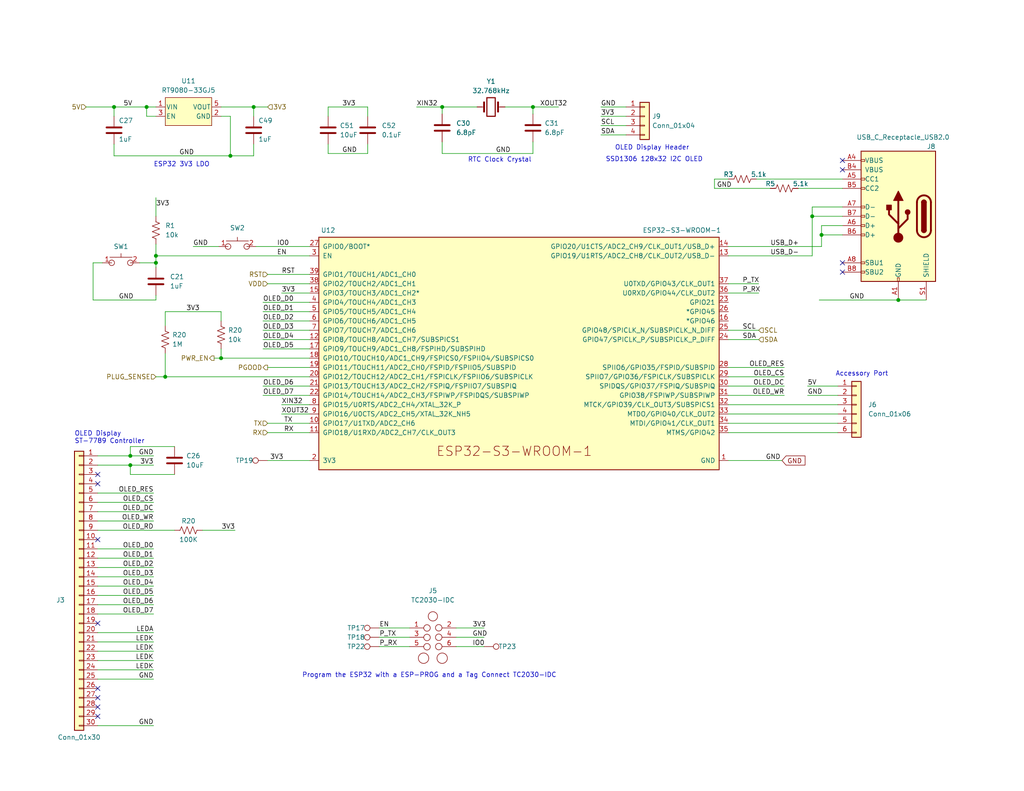
<source format=kicad_sch>
(kicad_sch (version 20230121) (generator eeschema)
  (paper "A")
  (title_block (title "Bitaxe Ultra") (date "2023-12-15") (rev "205"))
  (lib_symbols
    (symbol "Connector:TestPoint" (pin_numbers hide) (pin_names (offset 0.762) hide)
      (property "Reference" "TP" (at 0 6.858 0))
      (property "Value" "TestPoint" (at 0 5.08 0))
      (symbol "TestPoint_0_1"
        (circle (center 0 3.302) (radius 0.762))
      )
      (symbol "TestPoint_1_1"
        (pin passive line (at 0 0 90) (length 2.54) (name "1") (number "1"))
      )
    )
    (symbol "Connector_Generic:Conn_01x04" (pin_names (offset 1.016) hide)
      (property "Reference" "J" (at 0 5.08 0))
      (property "Value" "Conn_01x04" (at 0 -7.62 0))
      (symbol "Conn_01x04_1_1"
        (rectangle (start -1.27 -4.953) (end 0 -5.207) (stroke (width 0.1524)))
        (rectangle (start -1.27 -2.413) (end 0 -2.667) (stroke (width 0.1524)))
        (rectangle (start -1.27 0.127) (end 0 -0.127) (stroke (width 0.1524)))
        (rectangle (start -1.27 2.667) (end 0 2.413) (stroke (width 0.1524)))
        (rectangle (start -1.27 3.81) (end 1.27 -6.35) (stroke (width 0.254)) (fill (type background)))
        (pin passive line (at -5.08 2.54 0) (length 3.81) (name "Pin_1") (number "1"))
        (pin passive line (at -5.08 0 0) (length 3.81) (name "Pin_2") (number "2"))
        (pin passive line (at -5.08 -2.54 0) (length 3.81) (name "Pin_3") (number "3"))
        (pin passive line (at -5.08 -5.08 0) (length 3.81) (name "Pin_4") (number "4"))
      )
    )
    (symbol "Connector_Generic:Conn_01x06" (pin_names (offset 1.016) hide)
      (property "Reference" "J" (at 0 7.62 0))
      (property "Value" "Conn_01x06" (at 0 -10.16 0))
      (symbol "Conn_01x06_1_1"
        (rectangle (start -1.27 -7.493) (end 0 -7.747) (stroke (width 0.1524)))
        (rectangle (start -1.27 -4.953) (end 0 -5.207) (stroke (width 0.1524)))
        (rectangle (start -1.27 -2.413) (end 0 -2.667) (stroke (width 0.1524)))
        (rectangle (start -1.27 0.127) (end 0 -0.127) (stroke (width 0.1524)))
        (rectangle (start -1.27 2.667) (end 0 2.413) (stroke (width 0.1524)))
        (rectangle (start -1.27 5.207) (end 0 4.953) (stroke (width 0.1524)))
        (rectangle (start -1.27 6.35) (end 1.27 -8.89) (stroke (width 0.254)) (fill (type background)))
        (pin passive line (at -5.08 5.08 0) (length 3.81) (name "Pin_1") (number "1"))
        (pin passive line (at -5.08 2.54 0) (length 3.81) (name "Pin_2") (number "2"))
        (pin passive line (at -5.08 0 0) (length 3.81) (name "Pin_3") (number "3"))
        (pin passive line (at -5.08 -2.54 0) (length 3.81) (name "Pin_4") (number "4"))
        (pin passive line (at -5.08 -5.08 0) (length 3.81) (name "Pin_5") (number "5"))
        (pin passive line (at -5.08 -7.62 0) (length 3.81) (name "Pin_6") (number "6"))
      )
    )
    (symbol "Connector_Generic:Conn_01x30" (pin_names (offset 1.016) hide)
      (property "Reference" "J" (at 0 38.1 0))
      (property "Value" "Conn_01x30" (at 0 -40.64 0))
      (symbol "Conn_01x30_1_1"
        (rectangle (start -1.27 -37.973) (end 0 -38.227) (stroke (width 0.1524)))
        (rectangle (start -1.27 -35.433) (end 0 -35.687) (stroke (width 0.1524)))
        (rectangle (start -1.27 -32.893) (end 0 -33.147) (stroke (width 0.1524)))
        (rectangle (start -1.27 -30.353) (end 0 -30.607) (stroke (width 0.1524)))
        (rectangle (start -1.27 -27.813) (end 0 -28.067) (stroke (width 0.1524)))
        (rectangle (start -1.27 -25.273) (end 0 -25.527) (stroke (width 0.1524)))
        (rectangle (start -1.27 -22.733) (end 0 -22.987) (stroke (width 0.1524)))
        (rectangle (start -1.27 -20.193) (end 0 -20.447) (stroke (width 0.1524)))
        (rectangle (start -1.27 -17.653) (end 0 -17.907) (stroke (width 0.1524)))
        (rectangle (start -1.27 -15.113) (end 0 -15.367) (stroke (width 0.1524)))
        (rectangle (start -1.27 -12.573) (end 0 -12.827) (stroke (width 0.1524)))
        (rectangle (start -1.27 -10.033) (end 0 -10.287) (stroke (width 0.1524)))
        (rectangle (start -1.27 -7.493) (end 0 -7.747) (stroke (width 0.1524)))
        (rectangle (start -1.27 -4.953) (end 0 -5.207) (stroke (width 0.1524)))
        (rectangle (start -1.27 -2.413) (end 0 -2.667) (stroke (width 0.1524)))
        (rectangle (start -1.27 0.127) (end 0 -0.127) (stroke (width 0.1524)))
        (rectangle (start -1.27 2.667) (end 0 2.413) (stroke (width 0.1524)))
        (rectangle (start -1.27 5.207) (end 0 4.953) (stroke (width 0.1524)))
        (rectangle (start -1.27 7.747) (end 0 7.493) (stroke (width 0.1524)))
        (rectangle (start -1.27 10.287) (end 0 10.033) (stroke (width 0.1524)))
        (rectangle (start -1.27 12.827) (end 0 12.573) (stroke (width 0.1524)))
        (rectangle (start -1.27 15.367) (end 0 15.113) (stroke (width 0.1524)))
        (rectangle (start -1.27 17.907) (end 0 17.653) (stroke (width 0.1524)))
        (rectangle (start -1.27 20.447) (end 0 20.193) (stroke (width 0.1524)))
        (rectangle (start -1.27 22.987) (end 0 22.733) (stroke (width 0.1524)))
        (rectangle (start -1.27 25.527) (end 0 25.273) (stroke (width 0.1524)))
        (rectangle (start -1.27 28.067) (end 0 27.813) (stroke (width 0.1524)))
        (rectangle (start -1.27 30.607) (end 0 30.353) (stroke (width 0.1524)))
        (rectangle (start -1.27 33.147) (end 0 32.893) (stroke (width 0.1524)))
        (rectangle (start -1.27 35.687) (end 0 35.433) (stroke (width 0.1524)))
        (rectangle (start -1.27 36.83) (end 1.27 -39.37) (stroke (width 0.254)) (fill (type background)))
        (pin passive line (at -5.08 35.56 0) (length 3.81) (name "Pin_1") (number "1"))
        (pin passive line (at -5.08 12.7 0) (length 3.81) (name "Pin_10") (number "10"))
        (pin passive line (at -5.08 10.16 0) (length 3.81) (name "Pin_11") (number "11"))
        (pin passive line (at -5.08 7.62 0) (length 3.81) (name "Pin_12") (number "12"))
        (pin passive line (at -5.08 5.08 0) (length 3.81) (name "Pin_13") (number "13"))
        (pin passive line (at -5.08 2.54 0) (length 3.81) (name "Pin_14") (number "14"))
        (pin passive line (at -5.08 0 0) (length 3.81) (name "Pin_15") (number "15"))
        (pin passive line (at -5.08 -2.54 0) (length 3.81) (name "Pin_16") (number "16"))
        (pin passive line (at -5.08 -5.08 0) (length 3.81) (name "Pin_17") (number "17"))
        (pin passive line (at -5.08 -7.62 0) (length 3.81) (name "Pin_18") (number "18"))
        (pin passive line (at -5.08 -10.16 0) (length 3.81) (name "Pin_19") (number "19"))
        (pin passive line (at -5.08 33.02 0) (length 3.81) (name "Pin_2") (number "2"))
        (pin passive line (at -5.08 -12.7 0) (length 3.81) (name "Pin_20") (number "20"))
        (pin passive line (at -5.08 -15.24 0) (length 3.81) (name "Pin_21") (number "21"))
        (pin passive line (at -5.08 -17.78 0) (length 3.81) (name "Pin_22") (number "22"))
        (pin passive line (at -5.08 -20.32 0) (length 3.81) (name "Pin_23") (number "23"))
        (pin passive line (at -5.08 -22.86 0) (length 3.81) (name "Pin_24") (number "24"))
        (pin passive line (at -5.08 -25.4 0) (length 3.81) (name "Pin_25") (number "25"))
        (pin passive line (at -5.08 -27.94 0) (length 3.81) (name "Pin_26") (number "26"))
        (pin passive line (at -5.08 -30.48 0) (length 3.81) (name "Pin_27") (number "27"))
        (pin passive line (at -5.08 -33.02 0) (length 3.81) (name "Pin_28") (number "28"))
        (pin passive line (at -5.08 -35.56 0) (length 3.81) (name "Pin_29") (number "29"))
        (pin passive line (at -5.08 30.48 0) (length 3.81) (name "Pin_3") (number "3"))
        (pin passive line (at -5.08 -38.1 0) (length 3.81) (name "Pin_30") (number "30"))
        (pin passive line (at -5.08 27.94 0) (length 3.81) (name "Pin_4") (number "4"))
        (pin passive line (at -5.08 25.4 0) (length 3.81) (name "Pin_5") (number "5"))
        (pin passive line (at -5.08 22.86 0) (length 3.81) (name "Pin_6") (number "6"))
        (pin passive line (at -5.08 20.32 0) (length 3.81) (name "Pin_7") (number "7"))
        (pin passive line (at -5.08 17.78 0) (length 3.81) (name "Pin_8") (number "8"))
        (pin passive line (at -5.08 15.24 0) (length 3.81) (name "Pin_9") (number "9"))
      )
    )
    (symbol "Device:C" (pin_numbers hide) (pin_names (offset 0.254))
      (property "Reference" "C" (at 0.635 2.54 0))
      (property "Value" "C" (at 0.635 -2.54 0))
      (symbol "C_0_1"
        (polyline (pts (xy -2.032 -0.762) (xy 2.032 -0.762)) (stroke (width 0.508)))
        (polyline (pts (xy -2.032 0.762) (xy 2.032 0.762)) (stroke (width 0.508)))
      )
      (symbol "C_1_1"
        (pin passive line (at 0 3.81 270) (length 2.794) (name "~") (number "1"))
        (pin passive line (at 0 -3.81 90) (length 2.794) (name "~") (number "2"))
      )
    )
    (symbol "Device:Crystal" (pin_numbers hide) (pin_names (offset 1.016) hide)
      (property "Reference" "Y" (at 0 3.81 0))
      (property "Value" "Crystal" (at 0 -3.81 0))
      (symbol "Crystal_0_1"
        (rectangle (start -1.143 2.54) (end 1.143 -2.54) (stroke (width 0.3048)))
        (polyline (pts (xy -2.54 0) (xy -1.905 0)))
        (polyline (pts (xy -1.905 -1.27) (xy -1.905 1.27)) (stroke (width 0.508)))
        (polyline (pts (xy 1.905 -1.27) (xy 1.905 1.27)) (stroke (width 0.508)))
        (polyline (pts (xy 2.54 0) (xy 1.905 0)))
      )
      (symbol "Crystal_1_1"
        (pin passive line (at -3.81 0 0) (length 1.27) (name "1") (number "1"))
        (pin passive line (at 3.81 0 180) (length 1.27) (name "2") (number "2"))
      )
    )
    (symbol "Device:R_US" (pin_numbers hide) (pin_names (offset 0))
      (property "Reference" "R" (at 2.54 0 90))
      (property "Value" "R_US" (at -2.54 0 90))
      (symbol "R_US_0_1"
        (polyline (pts (xy 0 -2.286) (xy 0 -2.54)))
        (polyline (pts (xy 0 2.286) (xy 0 2.54)))
        (polyline (pts (xy 0 -0.762) (xy 1.016 -1.143) (xy 0 -1.524) (xy -1.016 -1.905) (xy 0 -2.286)))
        (polyline (pts (xy 0 0.762) (xy 1.016 0.381) (xy 0 0) (xy -1.016 -0.381) (xy 0 -0.762)))
        (polyline (pts (xy 0 2.286) (xy 1.016 1.905) (xy 0 1.524) (xy -1.016 1.143) (xy 0 0.762)))
      )
      (symbol "R_US_1_1"
        (pin passive line (at 0 3.81 270) (length 1.27) (name "~") (number "1"))
        (pin passive line (at 0 -3.81 90) (length 1.27) (name "~") (number "2"))
      )
    )
    (symbol "bitaxe:ESP32-S3-WROOM-1" (pin_names (offset 1.016))
      (property "Reference" "U12" (at -50.8 34.925 0))
      (property "Value" "ESP32-S3-WROOM-1" (at 45.72 34.925 0))
      (symbol "ESP32-S3-WROOM-1_0_0"
        (rectangle (start -53.34 33.02) (end 55.88 -30.48) (stroke (width 0.254)) (fill (type background)))
        (text "ESP32-S3-WROOM-1" (at 0 -25.4 0) (effects (font (size 2.54 2.54))))
        (pin power_in line (at 58.42 -27.94 180) (length 2.54) (name "GND") (number "1"))
        (pin bidirectional line (at -55.88 -17.78 0) (length 2.54) (name "GPIO17/U1TXD/ADC2_CH6") (number "10"))
        (pin bidirectional line (at -55.88 -20.32 0) (length 2.54) (name "GPIO18/U1RXD/ADC2_CH7/CLK_OUT3") (number "11"))
        (pin bidirectional line (at -55.88 5.08 0) (length 2.54) (name "GPIO8/TOUCH8/ADC1_CH7/SUBSPICS1") (number "12"))
        (pin bidirectional line (at 58.42 27.94 180) (length 2.54) (name "GPIO19/U1RTS/ADC2_CH8/CLK_OUT2/USB_D-") (number "13"))
        (pin bidirectional line (at 58.42 30.48 180) (length 2.54) (name "GPIO20/U1CTS/ADC2_CH9/CLK_OUT1/USB_D+") (number "14"))
        (pin bidirectional line (at -55.88 17.78 0) (length 2.54) (name "GPIO3/TOUCH3/ADC1_CH2*") (number "15"))
        (pin bidirectional line (at 58.42 10.16 180) (length 2.54) (name "*GPIO46") (number "16"))
        (pin bidirectional line (at -55.88 2.54 0) (length 2.54) (name "GPIO9/TOUCH9/ADC1_CH8/FSPIHD/SUBSPIHD") (number "17"))
        (pin bidirectional line (at -55.88 0 0) (length 2.54) (name "GPIO10/TOUCH10/ADC1_CH9/FSPICS0/FSPIIO4/SUBSPICS0") (number "18"))
        (pin bidirectional line (at -55.88 -2.54 0) (length 2.54) (name "GPIO11/TOUCH11/ADC2_CH0/FSPID/FSPIIO5/SUBSPID") (number "19"))
        (pin power_in line (at -55.88 -27.94 0) (length 2.54) (name "3V3") (number "2"))
        (pin bidirectional line (at -55.88 -5.08 0) (length 2.54) (name "GPIO12/TOUCH12/ADC2_CH1/FSPICLK/FSPIIO6/SUBSPICLK") (number "20"))
        (pin bidirectional line (at -55.88 -7.62 0) (length 2.54) (name "GPIO13/TOUCH13/ADC2_CH2/FSPIQ/FSPIIO7/SUBSPIQ") (number "21"))
        (pin bidirectional line (at -55.88 -10.16 0) (length 2.54) (name "GPIO14/TOUCH14/ADC2_CH3/FSPIWP/FSPIDQS/SUBSPIWP") (number "22"))
        (pin bidirectional line (at 58.42 15.24 180) (length 2.54) (name "GPIO21") (number "23"))
        (pin bidirectional line (at 58.42 5.08 180) (length 2.54) (name "GPIO47/SPICLK_P/SUBSPICLK_P_DIFF") (number "24"))
        (pin bidirectional line (at 58.42 7.62 180) (length 2.54) (name "GPIO48/SPICLK_N/SUBSPICLK_N_DIFF") (number "25"))
        (pin bidirectional line (at 58.42 12.7 180) (length 2.54) (name "*GPIO45") (number "26"))
        (pin bidirectional line (at -55.88 30.48 0) (length 2.54) (name "GPIO0/BOOT*") (number "27"))
        (pin bidirectional line (at 58.42 -2.54 180) (length 2.54) (name "SPIIO6/GPIO35/FSPID/SUBSPID") (number "28"))
        (pin bidirectional line (at 58.42 -5.08 180) (length 2.54) (name "SPIIO7/GPIO36/FSPICLK/SUBSPICLK") (number "29"))
        (pin input line (at -55.88 27.94 0) (length 2.54) (name "EN") (number "3"))
        (pin bidirectional line (at 58.42 -7.62 180) (length 2.54) (name "SPIDQS/GPIO37/FSPIQ/SUBSPIQ") (number "30"))
        (pin bidirectional line (at 58.42 -10.16 180) (length 2.54) (name "GPIO38/FSPIWP/SUBSPIWP") (number "31"))
        (pin bidirectional line (at 58.42 -12.7 180) (length 2.54) (name "MTCK/GPIO39/CLK_OUT3/SUBSPICS1") (number "32"))
        (pin bidirectional line (at 58.42 -15.24 180) (length 2.54) (name "MTDO/GPIO40/CLK_OUT2") (number "33"))
        (pin bidirectional line (at 58.42 -17.78 180) (length 2.54) (name "MTDI/GPIO41/CLK_OUT1") (number "34"))
        (pin bidirectional line (at 58.42 -20.32 180) (length 2.54) (name "MTMS/GPIO42") (number "35"))
        (pin bidirectional line (at 58.42 17.78 180) (length 2.54) (name "U0RXD/GPIO44/CLK_OUT2") (number "36"))
        (pin bidirectional line (at 58.42 20.32 180) (length 2.54) (name "U0TXD/GPIO43/CLK_OUT1") (number "37"))
        (pin bidirectional line (at -55.88 20.32 0) (length 2.54) (name "GPIO2/TOUCH2/ADC1_CH1") (number "38"))
        (pin bidirectional line (at -55.88 22.86 0) (length 2.54) (name "GPIO1/TOUCH1/ADC1_CH0") (number "39"))
        (pin bidirectional line (at -55.88 15.24 0) (length 2.54) (name "GPIO4/TOUCH4/ADC1_CH3") (number "4"))
        (pin passive line (at 58.42 -27.94 180) (length 2.54) hide (name "GND") (number "40"))
        (pin passive line (at 58.42 -27.94 180) (length 2.54) hide (name "GND") (number "41"))
        (pin bidirectional line (at -55.88 12.7 0) (length 2.54) (name "GPIO5/TOUCH5/ADC1_CH4") (number "5"))
        (pin bidirectional line (at -55.88 10.16 0) (length 2.54) (name "GPIO6/TOUCH6/ADC1_CH5") (number "6"))
        (pin bidirectional line (at -55.88 7.62 0) (length 2.54) (name "GPIO7/TOUCH7/ADC1_CH6") (number "7"))
        (pin bidirectional line (at -55.88 -12.7 0) (length 2.54) (name "GPIO15/U0RTS/ADC2_CH4/XTAL_32K_P") (number "8"))
        (pin bidirectional line (at -55.88 -15.24 0) (length 2.54) (name "GPIO16/U0CTS/ADC2_CH5/XTAL_32K_NH5") (number "9"))
      )
    )
    (symbol "bitaxe:GT-TC029B-H025-L1N"
      (property "Reference" "SW2" (at 0 3.81 0))
      (symbol "GT-TC029B-H025-L1N_0_1"
        (circle (center -2.54 0) (radius 0.76))
        (polyline (pts (xy -3.05 1.52) (xy 3.05 1.52)))
        (polyline (pts (xy 0 1.52) (xy 0 2.54)))
        (circle (center 2.54 0) (radius 0.76))
        (pin unspecified line (at -5.08 0 0) (length 2.54) (name "~") (number "1"))
        (pin unspecified line (at 5.08 0 180) (length 2.54) (name "~") (number "2"))
      )
    )
    (symbol "bitaxe:RT9080-33GJ5" (pin_names (offset 0.254))
      (property "Reference" "U" (at -6.35 5.08 0))
      (property "Value" "RT9080-33GJ5" (at 0 -5.08 0))
      (symbol "RT9080-33GJ5_1_1"
        (rectangle (start -6.35 3.81) (end 6.35 -3.81) (stroke (width 0.1524)) (fill (type background)))
        (pin power_in line (at -8.89 1.27 0) (length 2.54) (name "VIN") (number "1"))
        (pin power_in line (at 8.89 -1.27 180) (length 2.54) (name "GND") (number "2"))
        (pin input line (at -8.89 -1.27 0) (length 2.54) (name "EN") (number "3"))
        (pin no_connect line (at 0 6.35 270) (length 2.54) hide (name "NC") (number "4"))
        (pin output line (at 8.89 1.27 180) (length 2.54) (name "VOUT") (number "5"))
      )
    )
    (symbol "bitaxe:TC2030-IDC-NL" (pin_names (offset 1.016) hide)
      (property "Reference" "J5" (at 0 12.7 0))
      (property "Value" "TC2030-IDC" (at 0 10.16 0))
      (symbol "TC2030-IDC-NL_0_1"
        (circle (center -2.54 -5.715) (radius 1.4224))
        (circle (center -1.6002 2.54) (radius 0.889))
        (circle (center 0 5.715) (radius 1.27))
      )
      (symbol "TC2030-IDC-NL_1_1"
        (circle (center -1.6002 -2.5908) (radius 0.889))
        (circle (center -1.6002 -0.0508) (radius 0.889))
        (circle (center 1.6002 -2.54) (radius 0.889))
        (circle (center 1.6002 0) (radius 0.889))
        (circle (center 1.6002 2.5908) (radius 0.889))
        (circle (center 2.54 -5.715) (radius 1.4224))
        (pin passive line (at -6.35 2.54 0) (length 3.81) (name "Pin_1") (number "1"))
        (pin passive line (at 6.35 2.54 180) (length 3.81) (name "Pin_2") (number "2"))
        (pin passive line (at -6.35 0 0) (length 3.81) (name "Pin_3") (number "3"))
        (pin passive line (at 6.35 0 180) (length 3.81) (name "Pin_4") (number "4"))
        (pin passive line (at -6.35 -2.54 0) (length 3.81) (name "Pin_5") (number "5"))
        (pin passive line (at 6.35 -2.54 180) (length 3.81) (name "Pin_6") (number "6"))
      )
    )
    (symbol "bitaxe:USB_C_Receptacle_USB2.0" (pin_names (offset 1.016))
      (property "Reference" "J" (at -10.16 19.05 0))
      (property "Value" "USB_C_Receptacle_USB2.0" (at 19.05 19.05 0))
      (symbol "USB_C_Receptacle_USB2.0_0_0"
        (rectangle (start -0.254 -17.78) (end 0.254 -16.764))
        (rectangle (start 10.16 -14.986) (end 9.144 -15.494))
        (rectangle (start 10.16 -12.446) (end 9.144 -12.954))
        (rectangle (start 10.16 -4.826) (end 9.144 -5.334))
        (rectangle (start 10.16 -2.286) (end 9.144 -2.794))
        (rectangle (start 10.16 0.254) (end 9.144 -0.254))
        (rectangle (start 10.16 2.794) (end 9.144 2.286))
        (rectangle (start 10.16 7.874) (end 9.144 7.366))
        (rectangle (start 10.16 10.414) (end 9.144 9.906))
        (rectangle (start 10.16 15.494) (end 9.144 14.986))
      )
      (symbol "USB_C_Receptacle_USB2.0_0_1"
        (rectangle (start -10.16 17.78) (end 10.16 -17.78) (stroke (width 0.254)) (fill (type background)))
        (arc (start -8.89 -3.81) (mid -6.985 -5.7067) (end -5.08 -3.81) (stroke (width 0.508)))
        (arc (start -7.62 -3.81) (mid -6.985 -4.4423) (end -6.35 -3.81) (stroke (width 0.254)))
        (arc (start -7.62 -3.81) (mid -6.985 -4.4423) (end -6.35 -3.81) (stroke (width 0.254)) (fill (type outline)))
        (rectangle (start -7.62 -3.81) (end -6.35 3.81) (stroke (width 0.254)) (fill (type outline)))
        (arc (start -6.35 3.81) (mid -6.985 4.4423) (end -7.62 3.81) (stroke (width 0.254)))
        (arc (start -6.35 3.81) (mid -6.985 4.4423) (end -7.62 3.81) (stroke (width 0.254)) (fill (type outline)))
        (arc (start -5.08 3.81) (mid -6.985 5.7067) (end -8.89 3.81) (stroke (width 0.508)))
        (circle (center -2.54 1.143) (radius 0.635) (stroke (width 0.254)) (fill (type outline)))
        (circle (center 0 -5.842) (radius 1.27) (fill (type outline)))
        (polyline (pts (xy -8.89 -3.81) (xy -8.89 3.81)) (stroke (width 0.508)))
        (polyline (pts (xy -5.08 3.81) (xy -5.08 -3.81)) (stroke (width 0.508)))
        (polyline (pts (xy 0 -5.842) (xy 0 4.318)) (stroke (width 0.508)))
        (polyline (pts (xy 0 -3.302) (xy -2.54 -0.762) (xy -2.54 0.508)) (stroke (width 0.508)))
        (polyline (pts (xy 0 -2.032) (xy 2.54 0.508) (xy 2.54 1.778)) (stroke (width 0.508)))
        (polyline (pts (xy -1.27 4.318) (xy 0 6.858) (xy 1.27 4.318) (xy -1.27 4.318)) (stroke (width 0.254)) (fill (type outline)))
        (rectangle (start 1.905 1.778) (end 3.175 3.048) (stroke (width 0.254)) (fill (type outline)))
      )
      (symbol "USB_C_Receptacle_USB2.0_1_1"
        (pin passive line (at 0 -22.86 90) (length 5.08) (name "GND") (number "A1"))
        (pin passive line (at 15.24 15.24 180) (length 5.08) (name "VBUS") (number "A4"))
        (pin bidirectional line (at 15.24 10.16 180) (length 5.08) (name "CC1") (number "A5"))
        (pin bidirectional line (at 15.24 -2.54 180) (length 5.08) (name "D+") (number "A6"))
        (pin bidirectional line (at 15.24 2.54 180) (length 5.08) (name "D-") (number "A7"))
        (pin bidirectional line (at 15.24 -12.7 180) (length 5.08) (name "SBU1") (number "A8"))
        (pin passive line (at 0 -22.86 90) (length 5.08) hide (name "GND") (number "B1"))
        (pin passive line (at 15.24 12.7 180) (length 5.08) (name "VBUS") (number "B4"))
        (pin bidirectional line (at 15.24 7.62 180) (length 5.08) (name "CC2") (number "B5"))
        (pin bidirectional line (at 15.24 -5.08 180) (length 5.08) (name "D+") (number "B6"))
        (pin bidirectional line (at 15.24 0 180) (length 5.08) (name "D-") (number "B7"))
        (pin bidirectional line (at 15.24 -15.24 180) (length 5.08) (name "SBU2") (number "B8"))
        (pin passive line (at -7.62 -22.86 90) (length 5.08) (name "SHIELD") (number "S1"))
      )
    )
  )
  (junction (at 221.615 59.055))
  (junction (at 120.65 29.21))
  (junction (at 245.11 81.915))
  (junction (at 35.56 127))
  (junction (at 62.865 42.545))
  (junction (at 45.085 102.87))
  (junction (at 35.56 124.46))
  (junction (at 224.155 64.135))
  (junction (at 60.325 97.79))
  (junction (at 40.005 29.21))
  (junction (at 145.415 29.21))
  (junction (at 42.545 69.85))
  (junction (at 42.545 71.755))
  (junction (at 69.215 29.21))
  (junction (at 31.115 29.21))
  (no_connect (at 229.87 71.755))
  (no_connect (at 26.67 195.58))
  (no_connect (at 26.67 170.18))
  (no_connect (at 229.87 43.815))
  (no_connect (at 229.87 46.355))
  (no_connect (at 26.67 187.96))
  (no_connect (at 26.67 147.32))
  (no_connect (at 26.67 132.08))
  (no_connect (at 26.67 129.54))
  (no_connect (at 26.67 193.04))
  (no_connect (at 26.67 190.5))
  (no_connect (at 229.87 74.295))
  (wire (pts (xy 71.755 107.95) (xy 84.455 107.95)))
  (wire (pts (xy 194.945 48.895) (xy 198.755 48.895)))
  (wire (pts (xy 198.755 105.41) (xy 213.995 105.41)))
  (wire (pts (xy 71.755 92.71) (xy 84.455 92.71)))
  (wire (pts (xy 89.535 29.21) (xy 89.535 31.75)))
  (wire (pts (xy 26.67 144.78) (xy 47.625 144.78)))
  (wire (pts (xy 198.755 107.95) (xy 213.995 107.95)))
  (wire (pts (xy 71.755 95.25) (xy 84.455 95.25)))
  (wire (pts (xy 26.67 124.46) (xy 35.56 124.46)))
  (wire (pts (xy 26.67 182.88) (xy 41.91 182.88)))
  (wire (pts (xy 198.755 118.11) (xy 228.6 118.11)))
  (wire (pts (xy 47.625 129.54) (xy 35.56 129.54)))
  (wire (pts (xy 31.115 29.21) (xy 31.115 31.75)))
  (wire (pts (xy 223.52 81.915) (xy 245.11 81.915)))
  (wire (pts (xy 42.545 69.85) (xy 42.545 71.755)))
  (wire (pts (xy 220.345 105.41) (xy 228.6 105.41)))
  (wire (pts (xy 60.325 31.75) (xy 62.865 31.75)))
  (wire (pts (xy 137.795 29.21) (xy 145.415 29.21)))
  (wire (pts (xy 124.46 173.99) (xy 132.08 173.99)))
  (wire (pts (xy 69.215 39.37) (xy 69.215 42.545)))
  (wire (pts (xy 73.025 100.33) (xy 84.455 100.33)))
  (wire (pts (xy 100.33 41.91) (xy 89.535 41.91)))
  (wire (pts (xy 245.11 81.915) (xy 252.73 81.915)))
  (wire (pts (xy 62.865 31.75) (xy 62.865 42.545)))
  (wire (pts (xy 120.65 41.91) (xy 120.65 38.735)))
  (wire (pts (xy 26.67 127) (xy 35.56 127)))
  (wire (pts (xy 42.545 66.675) (xy 42.545 69.85)))
  (wire (pts (xy 124.46 171.45) (xy 132.08 171.45)))
  (wire (pts (xy 69.215 29.21) (xy 69.215 31.75)))
  (wire (pts (xy 45.085 88.9) (xy 45.085 85.09)))
  (wire (pts (xy 84.455 115.57) (xy 73.025 115.57)))
  (wire (pts (xy 100.33 39.37) (xy 100.33 41.91)))
  (wire (pts (xy 40.005 29.21) (xy 42.545 29.21)))
  (wire (pts (xy 198.755 115.57) (xy 228.6 115.57)))
  (wire (pts (xy 35.56 127) (xy 41.91 127)))
  (wire (pts (xy 26.67 177.8) (xy 41.91 177.8)))
  (wire (pts (xy 26.67 149.86) (xy 41.91 149.86)))
  (wire (pts (xy 26.67 165.1) (xy 41.91 165.1)))
  (wire (pts (xy 26.67 185.42) (xy 41.91 185.42)))
  (wire (pts (xy 25.4 71.755) (xy 25.4 81.915)))
  (wire (pts (xy 145.415 29.21) (xy 152.4 29.21)))
  (wire (pts (xy 76.835 110.49) (xy 84.455 110.49)))
  (wire (pts (xy 84.455 74.93) (xy 73.025 74.93)))
  (wire (pts (xy 52.705 67.31) (xy 59.69 67.31)))
  (wire (pts (xy 221.615 59.055) (xy 221.615 69.85)))
  (wire (pts (xy 198.755 102.87) (xy 213.995 102.87)))
  (wire (pts (xy 26.67 137.16) (xy 41.91 137.16)))
  (wire (pts (xy 71.755 105.41) (xy 84.455 105.41)))
  (wire (pts (xy 113.665 29.21) (xy 120.65 29.21)))
  (wire (pts (xy 35.56 129.54) (xy 35.56 127)))
  (wire (pts (xy 35.56 124.46) (xy 41.91 124.46)))
  (wire (pts (xy 38.1 71.755) (xy 42.545 71.755)))
  (wire (pts (xy 120.65 41.91) (xy 145.415 41.91)))
  (wire (pts (xy 210.185 51.435) (xy 194.945 51.435)))
  (wire (pts (xy 55.245 144.78) (xy 64.135 144.78)))
  (wire (pts (xy 120.65 29.21) (xy 120.65 31.115)))
  (wire (pts (xy 76.835 80.01) (xy 84.455 80.01)))
  (wire (pts (xy 23.495 29.21) (xy 31.115 29.21)))
  (wire (pts (xy 25.4 81.915) (xy 42.545 81.915)))
  (wire (pts (xy 124.46 176.53) (xy 132.08 176.53)))
  (wire (pts (xy 224.155 64.135) (xy 229.87 64.135)))
  (wire (pts (xy 220.345 107.95) (xy 228.6 107.95)))
  (wire (pts (xy 45.085 96.52) (xy 45.085 102.87)))
  (wire (pts (xy 206.375 48.895) (xy 229.87 48.895)))
  (wire (pts (xy 76.835 113.03) (xy 84.455 113.03)))
  (wire (pts (xy 163.957 29.21) (xy 170.815 29.21)))
  (wire (pts (xy 42.545 71.755) (xy 42.545 73.025)))
  (wire (pts (xy 26.67 175.26) (xy 41.91 175.26)))
  (wire (pts (xy 71.755 87.63) (xy 84.455 87.63)))
  (wire (pts (xy 45.085 102.87) (xy 84.455 102.87)))
  (wire (pts (xy 198.755 80.01) (xy 207.01 80.01)))
  (wire (pts (xy 26.67 162.56) (xy 41.91 162.56)))
  (wire (pts (xy 42.545 69.85) (xy 84.455 69.85)))
  (wire (pts (xy 229.87 56.515) (xy 221.615 56.515)))
  (wire (pts (xy 84.455 118.11) (xy 73.025 118.11)))
  (wire (pts (xy 221.615 59.055) (xy 229.87 59.055)))
  (wire (pts (xy 120.65 29.21) (xy 130.175 29.21)))
  (wire (pts (xy 103.505 176.53) (xy 111.76 176.53)))
  (wire (pts (xy 198.755 92.71) (xy 207.01 92.71)))
  (wire (pts (xy 71.755 85.09) (xy 84.455 85.09)))
  (wire (pts (xy 26.67 160.02) (xy 41.91 160.02)))
  (wire (pts (xy 69.215 29.21) (xy 73.025 29.21)))
  (wire (pts (xy 31.115 29.21) (xy 40.005 29.21)))
  (wire (pts (xy 42.545 102.87) (xy 45.085 102.87)))
  (wire (pts (xy 58.42 97.79) (xy 60.325 97.79)))
  (wire (pts (xy 163.957 34.29) (xy 170.815 34.29)))
  (wire (pts (xy 60.325 97.79) (xy 84.455 97.79)))
  (wire (pts (xy 198.755 125.73) (xy 213.36 125.73)))
  (wire (pts (xy 103.505 173.99) (xy 111.76 173.99)))
  (wire (pts (xy 71.755 90.17) (xy 84.455 90.17)))
  (wire (pts (xy 31.115 42.545) (xy 31.115 39.37)))
  (wire (pts (xy 73.025 77.47) (xy 84.455 77.47)))
  (wire (pts (xy 42.545 80.645) (xy 42.545 81.915)))
  (wire (pts (xy 26.67 139.7) (xy 41.91 139.7)))
  (wire (pts (xy 26.67 154.94) (xy 41.91 154.94)))
  (wire (pts (xy 89.535 41.91) (xy 89.535 39.37)))
  (wire (pts (xy 69.85 67.31) (xy 84.455 67.31)))
  (wire (pts (xy 194.945 51.435) (xy 194.945 48.895)))
  (wire (pts (xy 198.755 110.49) (xy 228.6 110.49)))
  (wire (pts (xy 26.67 142.24) (xy 41.91 142.24)))
  (wire (pts (xy 35.56 121.92) (xy 35.56 124.46)))
  (wire (pts (xy 42.545 31.75) (xy 40.005 31.75)))
  (wire (pts (xy 145.415 29.21) (xy 145.415 31.115)))
  (wire (pts (xy 26.67 198.12) (xy 41.91 198.12)))
  (wire (pts (xy 103.505 171.45) (xy 111.76 171.45)))
  (wire (pts (xy 198.755 67.31) (xy 224.155 67.31)))
  (wire (pts (xy 198.755 90.17) (xy 207.01 90.17)))
  (wire (pts (xy 224.155 64.135) (xy 224.155 61.595)))
  (wire (pts (xy 26.67 152.4) (xy 41.91 152.4)))
  (wire (pts (xy 27.94 71.755) (xy 25.4 71.755)))
  (wire (pts (xy 224.155 67.31) (xy 224.155 64.135)))
  (wire (pts (xy 198.755 77.47) (xy 207.01 77.47)))
  (wire (pts (xy 40.005 31.75) (xy 40.005 29.21)))
  (wire (pts (xy 26.67 134.62) (xy 41.91 134.62)))
  (wire (pts (xy 47.625 121.92) (xy 35.56 121.92)))
  (wire (pts (xy 198.755 113.03) (xy 228.6 113.03)))
  (wire (pts (xy 145.415 38.735) (xy 145.415 41.91)))
  (wire (pts (xy 198.755 100.33) (xy 213.995 100.33)))
  (wire (pts (xy 100.33 29.21) (xy 89.535 29.21)))
  (wire (pts (xy 60.325 95.25) (xy 60.325 97.79)))
  (wire (pts (xy 217.805 51.435) (xy 229.87 51.435)))
  (wire (pts (xy 45.085 85.09) (xy 60.325 85.09)))
  (wire (pts (xy 224.155 61.595) (xy 229.87 61.595)))
  (wire (pts (xy 198.755 69.85) (xy 221.615 69.85)))
  (wire (pts (xy 26.67 157.48) (xy 41.91 157.48)))
  (wire (pts (xy 60.325 87.63) (xy 60.325 85.09)))
  (wire (pts (xy 73.025 125.73) (xy 84.455 125.73)))
  (wire (pts (xy 163.957 36.83) (xy 170.815 36.83)))
  (wire (pts (xy 100.33 31.75) (xy 100.33 29.21)))
  (wire (pts (xy 163.957 31.75) (xy 170.815 31.75)))
  (wire (pts (xy 69.215 42.545) (xy 62.865 42.545)))
  (wire (pts (xy 71.755 82.55) (xy 84.455 82.55)))
  (wire (pts (xy 42.545 53.975) (xy 42.545 59.055)))
  (wire (pts (xy 60.325 29.21) (xy 69.215 29.21)))
  (wire (pts (xy 221.615 56.515) (xy 221.615 59.055)))
  (wire (pts (xy 26.67 167.64) (xy 41.91 167.64)))
  (wire (pts (xy 62.865 42.545) (xy 31.115 42.545)))
  (wire (pts (xy 26.67 172.72) (xy 41.91 172.72)))
  (wire (pts (xy 26.67 180.34) (xy 41.91 180.34)))
  (text "Accessory Port" (at 227.965 102.87 0) (effects (font (size 1.27 1.27)) (justify left bottom)))
  (text "RTC Clock Crystal" (at 127.635 44.45 0) (effects (font (size 1.27 1.27)) (justify left bottom)))
  (text "ESP32 3V3 LDO" (at 41.91 45.72 0) (effects (font (size 1.27 1.27)) (justify left bottom)))
  (text "Program the ESP32 with a ESP-PROG and a Tag Connect TC2030-IDC" (at 82.423 185.166 0) (effects (font (size 1.27 1.27)) (justify left bottom)))
  (text "SSD1306 128x32 I2C OLED" (at 165.227 44.323 0) (effects (font (size 1.27 1.27)) (justify left bottom)))
  (text "OLED Display Header" (at 167.767 41.148 0) (effects (font (size 1.27 1.27)) (justify left bottom)))
  (text "OLED Display\nST-7789 Controller" (at 20.32 121.285 0) (effects (font (size 1.27 1.27)) (justify left bottom)))
  (label "OLED_D2" (at 41.91 154.94 180))
  (label "OLED_RES" (at 41.91 134.62 180))
  (label "OLED_RES" (at 213.995 100.33 180))
  (label "OLED_D5" (at 71.755 95.25 0))
  (label "P_RX" (at 103.505 176.53 0))
  (label "OLED_WR" (at 41.91 142.24 180))
  (label "OLED_D3" (at 71.755 90.17 0))
  (label "OLED_DC" (at 213.995 105.41 180))
  (label "OLED_D2" (at 71.755 87.63 0))
  (label "GND" (at 41.91 185.42 180))
  (label "RST" (at 76.835 74.93 0))
  (label "P_TX" (at 103.505 173.99 0))
  (label "3V3" (at 50.8 85.09 0))
  (label "EN" (at 103.505 171.45 0))
  (label "GND" (at 163.957 29.21 0))
  (label "OLED_D4" (at 41.91 160.02 180))
  (label "OLED_D3" (at 41.91 157.48 180))
  (label "5V" (at 220.345 105.41 0))
  (label "LEDK" (at 41.91 182.88 180))
  (label "OLED_D0" (at 41.91 149.86 180))
  (label "GND" (at 231.775 81.915 0))
  (label "XOUT32" (at 147.32 29.21 0))
  (label "EN" (at 75.565 69.85 0))
  (label "P_RX" (at 202.565 80.01 0))
  (label "OLED_D1" (at 71.755 85.09 0))
  (label "IO0" (at 75.565 67.31 0))
  (label "LEDK" (at 41.91 180.34 180))
  (label "GND" (at 93.345 41.91 0))
  (label "3V3" (at 73.66 125.73 0))
  (label "LEDA" (at 41.91 172.72 180))
  (label "OLED_D7" (at 41.91 167.64 180))
  (label "OLED_WR" (at 213.995 107.95 180))
  (label "USB_D-" (at 210.185 69.85 0))
  (label "OLED_D6" (at 71.755 105.41 0))
  (label "LEDK" (at 41.91 177.8 180))
  (label "OLED_CS" (at 213.995 102.87 180))
  (label "GND" (at 41.91 198.12 180))
  (label "OLED_RD" (at 41.91 144.78 180))
  (label "SDA" (at 202.565 92.71 0))
  (label "OLED_D1" (at 41.91 152.4 180))
  (label "OLED_D4" (at 71.755 92.71 0))
  (label "GND" (at 195.58 51.435 0))
  (label "XIN32" (at 76.835 110.49 0))
  (label "TX" (at 77.47 115.57 0))
  (label "GND" (at 135.255 41.91 0))
  (label "3V3" (at 128.905 171.45 0))
  (label "3V3" (at 76.835 80.01 0))
  (label "3V3" (at 41.91 127 180))
  (label "IO0" (at 128.905 176.53 0))
  (label "SCL" (at 202.565 90.17 0))
  (label "XOUT32" (at 76.835 113.03 0))
  (label "SCL" (at 163.957 34.29 0))
  (label "GND" (at 220.345 107.95 0))
  (label "XIN32" (at 113.665 29.21 0))
  (label "GND" (at 41.91 124.46 180))
  (label "GND" (at 208.915 125.73 0))
  (label "GND" (at 52.705 67.31 0))
  (label "LEDK" (at 41.91 175.26 180))
  (label "SDA" (at 163.957 36.83 0))
  (label "3V3" (at 93.345 29.21 0))
  (label "3V3" (at 64.135 144.78 180))
  (label "P_TX" (at 202.565 77.47 0))
  (label "OLED_D6" (at 41.91 165.1 180))
  (label "OLED_D0" (at 71.755 82.55 0))
  (label "3V3" (at 163.957 31.75 0))
  (label "GND" (at 32.385 81.915 0))
  (label "5V" (at 33.655 29.21 0))
  (label "OLED_D7" (at 71.755 107.95 0))
  (label "USB_D+" (at 210.185 67.31 0))
  (label "OLED_D5" (at 41.91 162.56 180))
  (label "GND" (at 128.905 173.99 0))
  (label "GND" (at 48.895 42.545 0))
  (label "3V3" (at 42.545 56.515 0))
  (label "RX" (at 77.47 118.11 0))
  (label "OLED_DC" (at 41.91 139.7 180))
  (label "OLED_CS" (at 41.91 137.16 180))
  (global_label "GND" (shape input) (at 213.36 125.73 0) (property "Intersheetrefs" "${INTERSHEET_REFS}" (effects hide)))
  (hierarchical_label "TX" (shape input) (at 73.025 115.57 180))
  (hierarchical_label "RX" (shape input) (at 73.025 118.11 180))
  (hierarchical_label "3V3" (shape input) (at 73.025 29.21 0))
  (hierarchical_label "PLUG_SENSE" (shape input) (at 42.545 102.87 180))
  (hierarchical_label "SCL" (shape input) (at 207.01 90.17 0))
  (hierarchical_label "RST" (shape input) (at 73.025 74.93 180))
  (hierarchical_label "SDA" (shape input) (at 207.01 92.71 0))
  (hierarchical_label "PGOOD" (shape output) (at 73.025 100.33 180))
  (hierarchical_label "PWR_EN" (shape output) (at 58.42 97.79 180))
  (hierarchical_label "5V" (shape input) (at 23.495 29.21 180))
  (hierarchical_label "VDD" (shape input) (at 73.025 77.47 180))
  (symbol (lib_id "Device:C") (at 42.545 76.835 0) (unit 1)
    (property "Reference" "C21" (at 46.355 75.5649 0) (effects (justify left)))
    (property "Value" "1uF" (at 46.355 78.1049 0) (effects (justify left)))
    (property "Footprint" "Capacitor_SMD:C_0402_1005Metric" (effects hide))
    (property "DK" "587-5514-1-ND" (effects hide))
    (property "PARTNO" "EMK105BJ105MV-F" (effects hide))
  )
  (symbol (lib_id "Device:C") (at 120.65 34.925 0) (unit 1)
    (property "Reference" "C30" (at 124.46 33.6549 0) (effects (justify left)))
    (property "Value" "6.8pF" (at 124.46 36.1949 0) (effects (justify left)))
    (property "Footprint" "Capacitor_SMD:C_0402_1005Metric" (effects hide))
    (property "DK" "399-C0402C689C5GAC7867CT-ND" (effects hide))
    (property "PARTNO" "C0402C689C5GAC7867" (effects hide))
  )
  (symbol (lib_id "Connector_Generic:Conn_01x06") (at 233.68 110.49 0) (unit 1) (in_bom no)
    (property "Reference" "J6" (at 236.855 110.49 0) (effects (justify left)))
    (property "Value" "Conn_01x06" (at 236.855 113.03 0) (effects (justify left)))
    (property "Footprint" "Connector_PinHeader_2.54mm:PinHeader_1x06_P2.54mm_Vertical" (effects hide))
  )
  (symbol (lib_id "Device:R_US") (at 213.995 51.435 90) (unit 1)
    (property "Reference" "R5" (at 210.185 50.165 90))
    (property "Value" "5.1k" (at 218.44 50.165 90))
    (property "Footprint" "Resistor_SMD:R_0402_1005Metric" (effects hide))
    (property "DK" "RMCF0402JT5K10CT-ND" (effects hide))
    (property "PARTNO" "RMCF0402JT5K10" (effects hide))
  )
  (symbol (lib_id "Device:C") (at 100.33 35.56 0) (unit 1)
    (property "Reference" "C52" (at 104.14 34.2899 0) (effects (justify left)))
    (property "Value" "0.1uF" (at 104.14 36.8299 0) (effects (justify left)))
    (property "Footprint" "Capacitor_SMD:C_0402_1005Metric" (effects hide))
    (property "DK" "1292-1639-1-ND" (effects hide))
    (property "PARTNO" "0402X104K100CT" (effects hide))
  )
  (symbol (lib_id "Device:R_US") (at 45.085 92.71 0) (unit 1)
    (property "Reference" "R20" (at 46.99 91.44 0) (effects (justify left)))
    (property "Value" "1M" (at 46.99 93.98 0) (effects (justify left)))
    (property "Footprint" "Resistor_SMD:R_0402_1005Metric" (effects hide))
    (property "DK" "311-1.00MLRCT-ND" (effects hide))
    (property "PARTNO" "RC0402FR-071ML" (effects hide))
  )
  (symbol (lib_id "Connector_Generic:Conn_01x04") (at 175.895 31.75 0) (unit 1)
    (property "Reference" "J9" (at 177.927 31.7499 0) (effects (justify left)))
    (property "Value" "Conn_01x04" (at 177.927 34.2899 0) (effects (justify left)))
    (property "Footprint" "bitaxe:PinHeader_1x04_P2.54mm_Vertical_shifted" (effects hide))
    (property "DK" "S5596-ND" (effects hide))
    (property "PARTNO" "NPTC041KFXC-RC" (effects hide))
  )
  (symbol (lib_id "bitaxe:GT-TC029B-H025-L1N") (at 64.77 67.31 0) (unit 1)
    (property "Reference" "SW2" (at 64.77 62.23 0))
    (property "Value" "GT-TC029B-H025-L1N" (effects hide))
    (property "Footprint" "bitaxe:SW_CS1213AGF260_CRS" (effects hide))
    (property "Datasheet" "https://www.citrelay.com/Catalog%20Pages/SwitchCatalog/CS1213.pdf" (effects hide))
    (property "DK" "2449-CS1213AGF260CT-ND" (effects hide))
    (property "PARTNO" "CS1213AGF260" (effects hide))
  )
  (symbol (lib_id "Device:C") (at 145.415 34.925 0) (unit 1)
    (property "Reference" "C31" (at 148.59 33.6549 0) (effects (justify left)))
    (property "Value" "6.8pF" (at 148.59 36.1949 0) (effects (justify left)))
    (property "Footprint" "Capacitor_SMD:C_0402_1005Metric" (effects hide))
    (property "DK" "399-C0402C689C5GAC7867CT-ND" (effects hide))
    (property "PARTNO" "C0402C689C5GAC7867" (effects hide))
  )
  (symbol (lib_id "Device:R_US") (at 51.435 144.78 90) (unit 1)
    (property "Reference" "R20" (at 51.435 142.24 90))
    (property "Value" "100K" (at 51.435 147.32 90))
    (property "Footprint" "Resistor_SMD:R_0402_1005Metric" (effects hide))
    (property "DK" "311-1.00MLRCT-ND" (effects hide))
    (property "PARTNO" "RC0402FR-071ML" (effects hide))
  )
  (symbol (lib_id "bitaxe:RT9080-33GJ5") (at 51.435 30.48 0) (unit 1)
    (property "Reference" "U11" (at 51.435 22.098 0))
    (property "Value" "RT9080-33GJ5" (at 51.435 24.638 0))
    (property "Footprint" "bitaxe:RT9080-33GJ5" (effects hide))
    (property "Datasheet" "https://www.richtek.com/assets/product_file/RT9080/DS9080-05.pdf" (effects hide))
    (property "DK" "1028-1509-1-ND" (effects hide))
    (property "PARTNO" "RT9080-33GJ5" (effects hide))
  )
  (symbol (lib_id "Connector:TestPoint") (at 103.505 173.99 90) (mirror x) (unit 1) (in_bom no)
    (property "Reference" "TP18" (at 97.155 173.99 90))
    (property "Value" "TestPoint" (effects hide))
    (property "Footprint" "TestPoint:TestPoint_Pad_D1.5mm" (effects hide))
  )
  (symbol (lib_id "Device:C") (at 47.625 125.73 180) (unit 1)
    (property "Reference" "C26" (at 50.8 124.46 0) (effects (justify right)))
    (property "Value" "10uF" (at 50.8 127 0) (effects (justify right)))
    (property "Footprint" "Capacitor_SMD:C_0402_1005Metric" (effects hide))
    (property "DK" "587-5514-1-ND" (effects hide))
    (property "PARTNO" "EMK105BJ105MV-F" (effects hide))
  )
  (symbol (lib_id "Connector:TestPoint") (at 132.08 176.53 270) (mirror x) (unit 1) (in_bom no)
    (property "Reference" "TP23" (at 138.43 176.53 90))
    (property "Value" "TestPoint" (effects hide))
    (property "Footprint" "TestPoint:TestPoint_Pad_D1.5mm" (effects hide))
  )
  (symbol (lib_id "Device:R_US") (at 202.565 48.895 90) (unit 1)
    (property "Reference" "R3" (at 198.755 47.625 90))
    (property "Value" "5.1k" (at 207.01 47.625 90))
    (property "Footprint" "Resistor_SMD:R_0402_1005Metric" (effects hide))
    (property "DK" "RMCF0402JT5K10CT-ND" (effects hide))
    (property "PARTNO" "RMCF0402JT5K10" (effects hide))
  )
  (symbol (lib_id "Device:R_US") (at 42.545 62.865 0) (unit 1)
    (property "Reference" "R1" (at 45.085 61.5949 0) (effects (justify left)))
    (property "Value" "10k" (at 45.085 64.1349 0) (effects (justify left)))
    (property "Footprint" "Resistor_SMD:R_0402_1005Metric" (effects hide))
    (property "DK" "311-10KJRCT-ND" (effects hide))
    (property "PARTNO" "RC0402JR-0710KL" (effects hide))
  )
  (symbol (lib_id "bitaxe:TC2030-IDC-NL") (at 118.11 173.99 0) (unit 1) (in_bom no)
    (property "Reference" "J5" (at 118.11 161.29 0))
    (property "Value" "TC2030-IDC" (at 118.11 163.83 0))
    (property "Footprint" "bitaxe:Tag-Connect_TC2030-IDC-NL_2x03_P1.27mm_Vertical" (effects hide))
  )
  (symbol (lib_id "Device:C") (at 69.215 35.56 0) (unit 1)
    (property "Reference" "C49" (at 70.485 33.655 0) (effects (justify left bottom)))
    (property "Value" "1uF" (at 70.485 38.735 0) (effects (justify left bottom)))
    (property "Footprint" "Capacitor_SMD:C_0402_1005Metric" (effects hide))
    (property "DK" "587-5514-1-ND" (effects hide))
    (property "PARTNO" "EMK105BJ105MV-F" (effects hide))
  )
  (symbol (lib_id "Device:C") (at 89.535 35.56 0) (unit 1)
    (property "Reference" "C51" (at 92.71 34.2899 0) (effects (justify left)))
    (property "Value" "10uF" (at 92.71 36.8299 0) (effects (justify left)))
    (property "Footprint" "Capacitor_SMD:C_0805_2012Metric" (effects hide))
    (property "DK" "1276-1096-1-ND" (effects hide))
    (property "PARTNO" "CL21A106KOQNNNE" (effects hide))
  )
  (symbol (lib_id "Connector_Generic:Conn_01x30") (at 21.59 160.02 0) (mirror y) (unit 1)
    (property "Reference" "J3" (at 16.51 163.83 0))
    (property "Value" "Conn_01x30" (at 21.59 201.295 0))
    (property "Datasheet" "https://cdn.amphenol-cs.com/media/wysiwyg/files/documentation/gs-12-645.pdf" (effects hide))
    (property "DK" "609-SFV30R-4STE1HLFCT-ND" (effects hide))
    (property "PARTNO" "SFV30R-4STE1HLF" (effects hide))
  )
  (symbol (lib_id "Device:Crystal") (at 133.985 29.21 0) (unit 1)
    (property "Reference" "Y1" (at 133.985 22.225 0))
    (property "Value" "32.768kHz" (at 133.985 24.765 0))
    (property "Footprint" "bitaxe:SC32S-7PF20PPM" (effects hide))
    (property "Datasheet" "https://www.sii.co.jp/en/quartz/files/2013/03/SC-32S_Leaflet_e20151217.pdf" (effects hide))
    (property "DK" "728-1074-1-ND" (effects hide))
    (property "PARTNO" "SC32S-7PF20PPM" (effects hide))
  )
  (symbol (lib_id "Device:R_US") (at 60.325 91.44 0) (unit 1)
    (property "Reference" "R20" (at 62.23 90.17 0) (effects (justify left)))
    (property "Value" "10k" (at 62.23 92.71 0) (effects (justify left)))
    (property "Footprint" "Resistor_SMD:R_0402_1005Metric" (effects hide))
    (property "DK" "311-10KJRCT-ND" (effects hide))
    (property "PARTNO" "RC0402JR-0710KL" (effects hide))
  )
  (symbol (lib_id "bitaxe:USB_C_Receptacle_USB2.0") (at 245.11 59.055 0) (mirror y) (unit 1)
    (property "Reference" "J8" (at 255.27 40.005 0) (effects (justify left)))
    (property "Value" "USB_C_Receptacle_USB2.0" (at 233.68 37.465 0) (effects (justify right)))
    (property "Footprint" "Connector_USB:USB_C_Receptacle_GCT_USB4105-xx-A_16P_TopMnt_Horizontal" (effects hide))
    (property "Datasheet" "https://www.usb.org/sites/default/files/documents/usb_type-c.zip" (effects hide))
    (property "DK" "2073-USB4105-GF-ACT-ND" (effects hide))
    (property "PARTNO" "USB4105-GF-A" (effects hide))
  )
  (symbol (lib_id "Connector:TestPoint") (at 73.025 125.73 90) (mirror x) (unit 1) (in_bom no)
    (property "Reference" "TP19" (at 66.675 125.73 90))
    (property "Value" "TestPoint" (effects hide))
    (property "Footprint" "TestPoint:TestPoint_Pad_D1.5mm" (effects hide))
  )
  (symbol (lib_id "Connector:TestPoint") (at 103.505 171.45 90) (mirror x) (unit 1) (in_bom no)
    (property "Reference" "TP17" (at 97.155 171.45 90))
    (property "Value" "TestPoint" (effects hide))
    (property "Footprint" "TestPoint:TestPoint_Pad_D1.5mm" (effects hide))
  )
  (symbol (lib_id "Connector:TestPoint") (at 103.505 176.53 90) (mirror x) (unit 1) (in_bom no)
    (property "Reference" "TP22" (at 97.155 176.53 90))
    (property "Value" "TestPoint" (effects hide))
    (property "Footprint" "TestPoint:TestPoint_Pad_D1.5mm" (effects hide))
  )
  (symbol (lib_id "Device:C") (at 31.115 35.56 0) (unit 1)
    (property "Reference" "C27" (at 32.385 33.655 0) (effects (justify left bottom)))
    (property "Value" "1uF" (at 32.385 38.735 0) (effects (justify left bottom)))
    (property "Footprint" "Capacitor_SMD:C_0402_1005Metric" (effects hide))
    (property "DK" "587-5514-1-ND" (effects hide))
    (property "PARTNO" "EMK105BJ105MV-F" (effects hide))
  )
  (symbol (lib_id "bitaxe:ESP32-S3-WROOM-1") (at 140.335 97.79 0) (unit 1)
    (property "Reference" "U12" (at 89.535 62.865 0))
    (property "Value" "ESP32-S3-WROOM-1" (at 186.055 62.865 0))
    (property "Footprint" "bitaxe:ESP32-S3-WROOM-1" (effects hide))
    (property "Datasheet" "https://www.espressif.com/sites/default/files/documentation/esp32-s3-wroom-1_wroom-1u_datasheet_en.pdf" (effects hide))
    (property "DK" "1965-ESP32-S3-WROOM-1-N16R8CT-ND" (effects hide))
    (property "PARTNO" "ESP32-S3-WROOM-1-N16R8" (effects hide))
  )
  (symbol (lib_id "bitaxe:GT-TC029B-H025-L1N") (at 33.02 71.755 0) (unit 1)
    (property "Reference" "SW1" (at 33.02 67.31 0))
    (property "Value" "GT-TC029B-H025-L1N" (effects hide))
    (property "Footprint" "bitaxe:SW_CS1213AGF260_CRS" (effects hide))
    (property "Datasheet" "https://www.citrelay.com/Catalog%20Pages/SwitchCatalog/CS1213.pdf" (effects hide))
    (property "DK" "2449-CS1213AGF260CT-ND" (effects hide))
    (property "PARTNO" "CS1213AGF260" (effects hide))
  )
)
</source>
